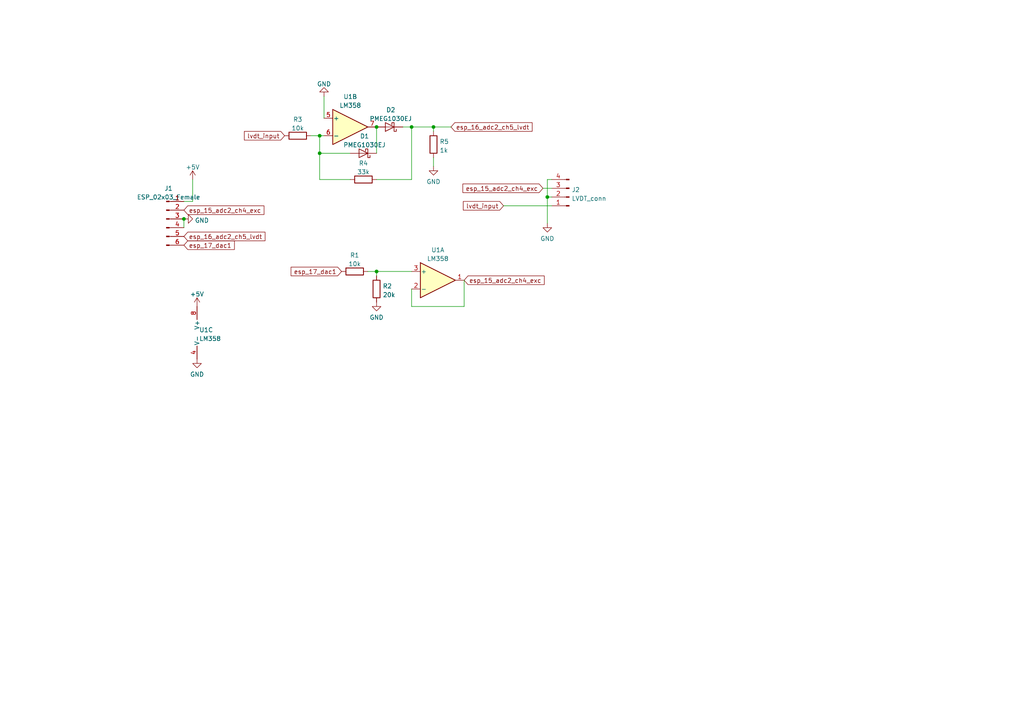
<source format=kicad_sch>
(kicad_sch (version 20211123) (generator eeschema)
  (paper "A4")
  (lib_symbols
    (symbol "Amplifier_Operational:LM358" (pin_names (offset 0.127))
      (property "Reference" "U" (at 0 5.08 0))
      (property "Value" "LM358" (at 0 -5.08 0))
      (symbol "LM358_1_1"
        (polyline (pts (xy -5.08 5.08) (xy 5.08 0) (xy -5.08 -5.08) (xy -5.08 5.08)) (stroke (width 0.254)) (fill (type background)))
        (pin output line (at 7.62 0 180) (length 2.54) (name "~") (number "1"))
        (pin input line (at -7.62 -2.54 0) (length 2.54) (name "-") (number "2"))
        (pin input line (at -7.62 2.54 0) (length 2.54) (name "+") (number "3"))
      )
      (symbol "LM358_2_1"
        (polyline (pts (xy -5.08 5.08) (xy 5.08 0) (xy -5.08 -5.08) (xy -5.08 5.08)) (stroke (width 0.254)) (fill (type background)))
        (pin input line (at -7.62 2.54 0) (length 2.54) (name "+") (number "5"))
        (pin input line (at -7.62 -2.54 0) (length 2.54) (name "-") (number "6"))
        (pin output line (at 7.62 0 180) (length 2.54) (name "~") (number "7"))
      )
      (symbol "LM358_3_1"
        (pin power_in line (at -2.54 -7.62 90) (length 3.81) (name "V-") (number "4"))
        (pin power_in line (at -2.54 7.62 270) (length 3.81) (name "V+") (number "8"))
      )
    )
    (symbol "Connector:Conn_01x04_Male" (pin_names (offset 1.016) hide)
      (property "Reference" "J" (at 0 5.08 0))
      (property "Value" "Conn_01x04_Male" (at 0 -7.62 0))
      (symbol "Conn_01x04_Male_1_1"
        (polyline (pts (xy 1.27 -5.08) (xy 0.8636 -5.08)) (stroke (width 0.1524)))
        (polyline (pts (xy 1.27 -2.54) (xy 0.8636 -2.54)) (stroke (width 0.1524)))
        (polyline (pts (xy 1.27 0) (xy 0.8636 0)) (stroke (width 0.1524)))
        (polyline (pts (xy 1.27 2.54) (xy 0.8636 2.54)) (stroke (width 0.1524)))
        (rectangle (start 0.8636 -4.953) (end 0 -5.207) (stroke (width 0.1524)) (fill (type outline)))
        (rectangle (start 0.8636 -2.413) (end 0 -2.667) (stroke (width 0.1524)) (fill (type outline)))
        (rectangle (start 0.8636 0.127) (end 0 -0.127) (stroke (width 0.1524)) (fill (type outline)))
        (rectangle (start 0.8636 2.667) (end 0 2.413) (stroke (width 0.1524)) (fill (type outline)))
        (pin passive line (at 5.08 2.54 180) (length 3.81) (name "Pin_1") (number "1"))
        (pin passive line (at 5.08 0 180) (length 3.81) (name "Pin_2") (number "2"))
        (pin passive line (at 5.08 -2.54 180) (length 3.81) (name "Pin_3") (number "3"))
        (pin passive line (at 5.08 -5.08 180) (length 3.81) (name "Pin_4") (number "4"))
      )
    )
    (symbol "Connector:Conn_01x06_Male" (pin_names (offset 1.016) hide)
      (property "Reference" "J" (at 0 7.62 0))
      (property "Value" "Conn_01x06_Male" (at 0 -10.16 0))
      (symbol "Conn_01x06_Male_1_1"
        (polyline (pts (xy 1.27 -7.62) (xy 0.8636 -7.62)) (stroke (width 0.1524)))
        (polyline (pts (xy 1.27 -5.08) (xy 0.8636 -5.08)) (stroke (width 0.1524)))
        (polyline (pts (xy 1.27 -2.54) (xy 0.8636 -2.54)) (stroke (width 0.1524)))
        (polyline (pts (xy 1.27 0) (xy 0.8636 0)) (stroke (width 0.1524)))
        (polyline (pts (xy 1.27 2.54) (xy 0.8636 2.54)) (stroke (width 0.1524)))
        (polyline (pts (xy 1.27 5.08) (xy 0.8636 5.08)) (stroke (width 0.1524)))
        (rectangle (start 0.8636 -7.493) (end 0 -7.747) (stroke (width 0.1524)) (fill (type outline)))
        (rectangle (start 0.8636 -4.953) (end 0 -5.207) (stroke (width 0.1524)) (fill (type outline)))
        (rectangle (start 0.8636 -2.413) (end 0 -2.667) (stroke (width 0.1524)) (fill (type outline)))
        (rectangle (start 0.8636 0.127) (end 0 -0.127) (stroke (width 0.1524)) (fill (type outline)))
        (rectangle (start 0.8636 2.667) (end 0 2.413) (stroke (width 0.1524)) (fill (type outline)))
        (rectangle (start 0.8636 5.207) (end 0 4.953) (stroke (width 0.1524)) (fill (type outline)))
        (pin passive line (at 5.08 5.08 180) (length 3.81) (name "Pin_1") (number "1"))
        (pin passive line (at 5.08 2.54 180) (length 3.81) (name "Pin_2") (number "2"))
        (pin passive line (at 5.08 0 180) (length 3.81) (name "Pin_3") (number "3"))
        (pin passive line (at 5.08 -2.54 180) (length 3.81) (name "Pin_4") (number "4"))
        (pin passive line (at 5.08 -5.08 180) (length 3.81) (name "Pin_5") (number "5"))
        (pin passive line (at 5.08 -7.62 180) (length 3.81) (name "Pin_6") (number "6"))
      )
    )
    (symbol "Device:R" (pin_numbers hide) (pin_names (offset 0))
      (property "Reference" "R" (at 2.032 0 90))
      (property "Value" "R" (at 0 0 90))
      (symbol "R_0_1"
        (rectangle (start -1.016 -2.54) (end 1.016 2.54) (stroke (width 0.254)))
      )
      (symbol "R_1_1"
        (pin passive line (at 0 3.81 270) (length 1.27) (name "~") (number "1"))
        (pin passive line (at 0 -3.81 90) (length 1.27) (name "~") (number "2"))
      )
    )
    (symbol "Diode:PMEG1030EJ" (pin_numbers hide) (pin_names hide)
      (property "Reference" "D" (at 0 2.54 0))
      (property "Value" "PMEG1030EJ" (at 0 -2.54 0))
      (symbol "PMEG1030EJ_0_1"
        (polyline (pts (xy 1.27 0) (xy -1.27 0)))
        (polyline (pts (xy 1.27 1.27) (xy 1.27 -1.27) (xy -1.27 0) (xy 1.27 1.27)) (stroke (width 0.2032)))
        (polyline (pts (xy -1.905 0.635) (xy -1.905 1.27) (xy -1.27 1.27) (xy -1.27 -1.27) (xy -0.635 -1.27) (xy -0.635 -0.635)) (stroke (width 0.2032)))
      )
      (symbol "PMEG1030EJ_1_1"
        (pin passive line (at -3.81 0 0) (length 2.54) (name "K") (number "1"))
        (pin passive line (at 3.81 0 180) (length 2.54) (name "A") (number "2"))
      )
    )
    (symbol "power:+5V" (power) (pin_names (offset 0))
      (property "Value" "+5V" (at 0 3.556 0))
      (symbol "+5V_0_1"
        (polyline (pts (xy -0.762 1.27) (xy 0 2.54)))
        (polyline (pts (xy 0 0) (xy 0 2.54)))
        (polyline (pts (xy 0 2.54) (xy 0.762 1.27)))
      )
      (symbol "+5V_1_1"
        (pin power_in line (at 0 0 90) (length 0) hide (name "+5V") (number "1"))
      )
    )
    (symbol "power:GND" (power) (pin_names (offset 0))
      (property "Value" "GND" (at 0 -3.81 0))
      (symbol "GND_0_1"
        (polyline (pts (xy 0 0) (xy 0 -1.27) (xy 1.27 -1.27) (xy 0 -2.54) (xy -1.27 -1.27) (xy 0 -1.27)))
      )
      (symbol "GND_1_1"
        (pin power_in line (at 0 0 270) (length 0) hide (name "GND") (number "1"))
      )
    )
  )
  (junction (at 92.71 44.45))
  (junction (at 92.71 39.37))
  (junction (at 109.22 36.83))
  (junction (at 119.38 36.83))
  (junction (at 109.22 78.74))
  (junction (at 158.75 57.15))
  (junction (at 125.73 36.83))
  (junction (at 53.34 63.5))
  (wire (pts (xy 158.75 57.15) (xy 158.75 64.77)))
  (wire (pts (xy 90.17 39.37) (xy 92.71 39.37)))
  (wire (pts (xy 119.38 83.82) (xy 119.38 88.9)))
  (wire (pts (xy 134.62 88.9) (xy 119.38 88.9)))
  (wire (pts (xy 101.6 52.07) (xy 92.71 52.07)))
  (wire (pts (xy 53.34 63.5) (xy 53.34 66.04)))
  (wire (pts (xy 109.22 78.74) (xy 106.68 78.74)))
  (wire (pts (xy 125.73 36.83) (xy 130.81 36.83)))
  (wire (pts (xy 119.38 36.83) (xy 119.38 52.07)))
  (wire (pts (xy 92.71 39.37) (xy 93.98 39.37)))
  (wire (pts (xy 55.88 52.07) (xy 55.88 58.42)))
  (wire (pts (xy 109.22 52.07) (xy 119.38 52.07)))
  (wire (pts (xy 101.6 44.45) (xy 92.71 44.45)))
  (wire (pts (xy 55.88 58.42) (xy 53.34 58.42)))
  (wire (pts (xy 109.22 78.74) (xy 119.38 78.74)))
  (wire (pts (xy 93.98 27.94) (xy 93.98 34.29)))
  (wire (pts (xy 146.05 59.69) (xy 160.02 59.69)))
  (wire (pts (xy 125.73 36.83) (xy 125.73 38.1)))
  (wire (pts (xy 92.71 44.45) (xy 92.71 39.37)))
  (wire (pts (xy 158.75 57.15) (xy 160.02 57.15)))
  (wire (pts (xy 116.84 36.83) (xy 119.38 36.83)))
  (wire (pts (xy 125.73 48.26) (xy 125.73 45.72)))
  (wire (pts (xy 160.02 52.07) (xy 158.75 52.07)))
  (wire (pts (xy 109.22 80.01) (xy 109.22 78.74)))
  (wire (pts (xy 119.38 36.83) (xy 125.73 36.83)))
  (wire (pts (xy 158.75 52.07) (xy 158.75 57.15)))
  (wire (pts (xy 134.62 81.28) (xy 134.62 88.9)))
  (wire (pts (xy 109.22 44.45) (xy 109.22 36.83)))
  (wire (pts (xy 157.48 54.61) (xy 160.02 54.61)))
  (wire (pts (xy 92.71 44.45) (xy 92.71 52.07)))
  (global_label "esp_17_dac1" (shape input) (at 53.34 71.12 0) (property "Intersheet References" "${INTERSHEET_REFS}" (effects hide)))
  (global_label "esp_16_adc2_ch5_lvdt" (shape input) (at 53.34 68.58 0) (property "Intersheet References" "${INTERSHEET_REFS}" (effects hide)))
  (global_label "esp_15_adc2_ch4_exc" (shape input) (at 134.62 81.28 0) (property "Intersheet References" "${INTERSHEET_REFS}" (effects hide)))
  (global_label "lvdt_input" (shape input) (at 146.05 59.69 180) (property "Intersheet References" "${INTERSHEET_REFS}" (effects hide)))
  (global_label "esp_15_adc2_ch4_exc" (shape input) (at 157.48 54.61 180) (property "Intersheet References" "${INTERSHEET_REFS}" (effects hide)))
  (global_label "lvdt_input" (shape input) (at 82.55 39.37 180) (property "Intersheet References" "${INTERSHEET_REFS}" (effects hide)))
  (global_label "esp_15_adc2_ch4_exc" (shape input) (at 53.34 60.96 0) (property "Intersheet References" "${INTERSHEET_REFS}" (effects hide)))
  (global_label "esp_16_adc2_ch5_lvdt" (shape input) (at 130.81 36.83 0) (property "Intersheet References" "${INTERSHEET_REFS}" (effects hide)))
  (global_label "esp_17_dac1" (shape input) (at 99.06 78.74 180) (property "Intersheet References" "${INTERSHEET_REFS}" (effects hide)))
  (symbol (lib_id "power:+5V") (at 55.88 52.07 0) (unit 1)
    (property "Reference" "#PWR0104" (effects hide))
    (property "Value" "+5V" (at 55.88 48.4942 0))
  )
  (symbol (lib_id "power:GND") (at 53.34 63.5 90) (unit 1)
    (property "Reference" "#PWR0102" (effects hide))
    (property "Value" "GND" (at 56.515 63.9338 90) (effects (justify right)))
  )
  (symbol (lib_id "power:+5V") (at 57.15 88.9 0) (unit 1)
    (property "Reference" "#PWR0107" (effects hide))
    (property "Value" "+5V" (at 57.15 85.3242 0))
  )
  (symbol (lib_id "Amplifier_Operational:LM358") (at 127 81.28 0) (unit 1)
    (property "Reference" "U1" (at 127 72.5002 0))
    (property "Value" "LM358" (at 127 75.0371 0))
    (property "Footprint" "Package_DIP:DIP-8_W7.62mm" (effects hide))
    (property "Datasheet" "http://www.ti.com/lit/ds/symlink/lm2904-n.pdf" (effects hide))
  )
  (symbol (lib_id "Amplifier_Operational:LM358") (at 59.69 96.52 0) (unit 3)
    (property "Reference" "U1" (at 57.785 95.6853 0) (effects (justify left)))
    (property "Value" "LM358" (at 57.785 98.2222 0) (effects (justify left)))
    (property "Footprint" "Package_DIP:DIP-8_W7.62mm" (effects hide))
    (property "Datasheet" "http://www.ti.com/lit/ds/symlink/lm2904-n.pdf" (effects hide))
  )
  (symbol (lib_id "Device:R") (at 105.41 52.07 90) (unit 1)
    (property "Reference" "R4" (at 105.41 47.3542 90))
    (property "Value" "33k" (at 105.41 49.8911 90))
    (property "Footprint" "Resistor_SMD:R_0805_2012Metric" (effects hide))
  )
  (symbol (lib_id "Amplifier_Operational:LM358") (at 101.6 36.83 0) (unit 2)
    (property "Reference" "U1" (at 101.6 28.0502 0))
    (property "Value" "LM358" (at 101.6 30.5871 0))
    (property "Footprint" "Package_DIP:DIP-8_W7.62mm" (effects hide))
    (property "Datasheet" "http://www.ti.com/lit/ds/symlink/lm2904-n.pdf" (effects hide))
  )
  (symbol (lib_id "Device:R") (at 86.36 39.37 90) (unit 1)
    (property "Reference" "R3" (at 86.36 34.6542 90))
    (property "Value" "10k" (at 86.36 37.1911 90))
    (property "Footprint" "Resistor_SMD:R_0805_2012Metric" (effects hide))
  )
  (symbol (lib_id "Diode:PMEG1030EJ") (at 105.41 44.45 180) (unit 1)
    (property "Reference" "D1" (at 105.7275 39.5056 0))
    (property "Value" "PMEG1030EJ" (at 105.7275 42.0425 0))
    (property "Footprint" "Diode_SMD:D_SMA_Handsoldering" (effects hide))
    (property "Datasheet" "https://assets.nexperia.com/documents/data-sheet/PMEG1030EH_EJ.pdf" (effects hide))
  )
  (symbol (lib_id "power:GND") (at 93.98 27.94 180) (unit 1)
    (property "Reference" "#PWR0108" (effects hide))
    (property "Value" "GND" (at 93.98 24.3642 0))
  )
  (symbol (lib_id "Connector:Conn_01x06_Male") (at 48.26 63.5 0) (unit 1)
    (property "Reference" "J1" (at 48.895 54.644 0))
    (property "Value" "ESP_02x03_Female" (at 48.895 57.1809 0))
    (property "Footprint" "Connector_PinHeader_2.54mm:PinHeader_2x03_P2.54mm_Vertical" (effects hide))
  )
  (symbol (lib_id "Device:R") (at 125.73 41.91 0) (unit 1)
    (property "Reference" "R5" (at 127.508 41.0753 0) (effects (justify left)))
    (property "Value" "1k" (at 127.508 43.6122 0) (effects (justify left)))
    (property "Footprint" "Resistor_SMD:R_0805_2012Metric" (effects hide))
  )
  (symbol (lib_id "power:GND") (at 109.22 87.63 0) (unit 1)
    (property "Reference" "#PWR0103" (effects hide))
    (property "Value" "GND" (at 109.22 92.0734 0))
  )
  (symbol (lib_id "power:GND") (at 57.15 104.14 0) (unit 1)
    (property "Reference" "#PWR0106" (effects hide))
    (property "Value" "GND" (at 57.15 108.5834 0))
  )
  (symbol (lib_id "Device:R") (at 102.87 78.74 90) (unit 1)
    (property "Reference" "R1" (at 102.87 74.0242 90))
    (property "Value" "10k" (at 102.87 76.5611 90))
    (property "Footprint" "Resistor_SMD:R_0805_2012Metric" (effects hide))
  )
  (symbol (lib_id "power:GND") (at 125.73 48.26 0) (unit 1)
    (property "Reference" "#PWR0105" (effects hide))
    (property "Value" "GND" (at 125.73 52.7034 0))
  )
  (symbol (lib_id "Device:R") (at 109.22 83.82 0) (unit 1)
    (property "Reference" "R2" (at 110.998 82.9853 0) (effects (justify left)))
    (property "Value" "20k" (at 110.998 85.5222 0) (effects (justify left)))
    (property "Footprint" "Resistor_SMD:R_0805_2012Metric" (effects hide))
  )
  (symbol (lib_id "Connector:Conn_01x04_Male") (at 165.1 57.15 180) (unit 1)
    (property "Reference" "J2" (at 165.8112 55.0453 0) (effects (justify right)))
    (property "Value" "LVDT_conn" (at 165.8112 57.5822 0) (effects (justify right)))
    (property "Footprint" "Connector_PinHeader_2.54mm:PinHeader_2x02_P2.54mm_Vertical" (effects hide))
  )
  (symbol (lib_id "power:GND") (at 158.75 64.77 0) (unit 1)
    (property "Reference" "#PWR0109" (effects hide))
    (property "Value" "GND" (at 158.75 69.2134 0))
  )
  (symbol (lib_id "Diode:PMEG1030EJ") (at 113.03 36.83 180) (unit 1)
    (property "Reference" "D2" (at 113.3475 31.8856 0))
    (property "Value" "PMEG1030EJ" (at 113.3475 34.4225 0))
    (property "Footprint" "Diode_SMD:D_SMA_Handsoldering" (effects hide))
    (property "Datasheet" "https://assets.nexperia.com/documents/data-sheet/PMEG1030EH_EJ.pdf" (effects hide))
  )
)
</source>
